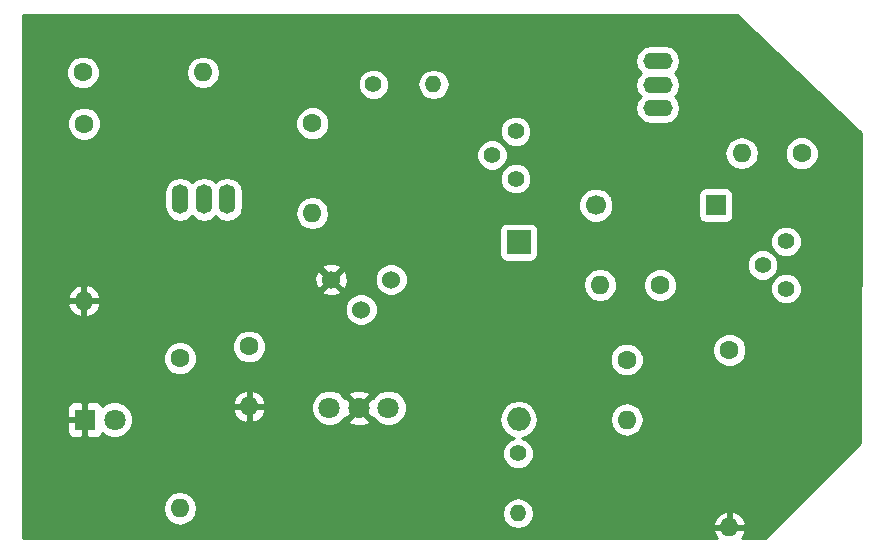
<source format=gbr>
G04 #@! TF.FileFunction,Copper,L2,Bot,Signal*
%FSLAX46Y46*%
G04 Gerber Fmt 4.6, Leading zero omitted, Abs format (unit mm)*
G04 Created by KiCad (PCBNEW 4.0.5) date 06/09/17 00:57:20*
%MOMM*%
%LPD*%
G01*
G04 APERTURE LIST*
%ADD10C,0.100000*%
%ADD11C,1.600000*%
%ADD12O,1.600000X1.600000*%
%ADD13R,2.000000X2.000000*%
%ADD14O,2.000000X2.000000*%
%ADD15C,1.699260*%
%ADD16R,1.699260X1.699260*%
%ADD17R,1.800000X1.800000*%
%ADD18C,1.800000*%
%ADD19C,1.524000*%
%ADD20O,1.400000X2.500000*%
%ADD21O,2.500000X1.400000*%
%ADD22C,1.400000*%
%ADD23O,1.400000X1.400000*%
%ADD24C,0.254000*%
G04 APERTURE END LIST*
D10*
D11*
X76476860Y-67068700D03*
D12*
X76476860Y-82068700D03*
D13*
X113280000Y-77090000D03*
D14*
X113280000Y-92090000D03*
D11*
X131130000Y-86230000D03*
D12*
X131130000Y-101230000D03*
D15*
X119809480Y-73962540D03*
D16*
X129969480Y-73962540D03*
D17*
X76545440Y-92118180D03*
D18*
X79085440Y-92118180D03*
D19*
X102481380Y-80256380D03*
X97401380Y-80256380D03*
X99941380Y-82796380D03*
D20*
X86629240Y-73469500D03*
X88629240Y-73469500D03*
X84629240Y-73469500D03*
D21*
X125060000Y-63760000D03*
X125060000Y-65760000D03*
X125060000Y-61760000D03*
D22*
X133930000Y-79030000D03*
X135930000Y-81030000D03*
X135930000Y-77030000D03*
D11*
X76390500Y-62727840D03*
D12*
X86550500Y-62727840D03*
D11*
X84602320Y-86939120D03*
D12*
X84602320Y-99639120D03*
D11*
X95811340Y-67022980D03*
D12*
X95811340Y-74642980D03*
D11*
X125260000Y-80720000D03*
D12*
X120180000Y-80720000D03*
D22*
X113230000Y-94980000D03*
D23*
X113230000Y-100060000D03*
D11*
X122420000Y-87030000D03*
D12*
X122420000Y-92110000D03*
D11*
X90457020Y-85925660D03*
D12*
X90457020Y-91005660D03*
D11*
X137240000Y-69570000D03*
D12*
X132160000Y-69570000D03*
D22*
X100990000Y-63740000D03*
D23*
X106070000Y-63740000D03*
D18*
X102260000Y-91120000D03*
X99760000Y-91120000D03*
X97260000Y-91120000D03*
D22*
X111030000Y-69720000D03*
X113030000Y-71720000D03*
X113030000Y-67720000D03*
D24*
G36*
X142230839Y-67829522D02*
X142213448Y-94107468D01*
X134155603Y-102170160D01*
X132188528Y-102170160D01*
X132282389Y-102085134D01*
X132521914Y-101579041D01*
X132400629Y-101357000D01*
X131257000Y-101357000D01*
X131257000Y-101377000D01*
X131003000Y-101377000D01*
X131003000Y-101357000D01*
X129859371Y-101357000D01*
X129738086Y-101579041D01*
X129977611Y-102085134D01*
X130071472Y-102170160D01*
X71303818Y-102170160D01*
X71302396Y-99611007D01*
X83167320Y-99611007D01*
X83167320Y-99667233D01*
X83276553Y-100216384D01*
X83587622Y-100681931D01*
X84053169Y-100993000D01*
X84602320Y-101102233D01*
X85151471Y-100993000D01*
X85617018Y-100681931D01*
X85928087Y-100216384D01*
X85964396Y-100033846D01*
X111895000Y-100033846D01*
X111895000Y-100086154D01*
X111996621Y-100597036D01*
X112286012Y-101030142D01*
X112719118Y-101319533D01*
X113230000Y-101421154D01*
X113740882Y-101319533D01*
X114173988Y-101030142D01*
X114273668Y-100880959D01*
X129738086Y-100880959D01*
X129859371Y-101103000D01*
X131003000Y-101103000D01*
X131003000Y-99960085D01*
X131257000Y-99960085D01*
X131257000Y-101103000D01*
X132400629Y-101103000D01*
X132521914Y-100880959D01*
X132282389Y-100374866D01*
X131867423Y-99998959D01*
X131479039Y-99838096D01*
X131257000Y-99960085D01*
X131003000Y-99960085D01*
X130780961Y-99838096D01*
X130392577Y-99998959D01*
X129977611Y-100374866D01*
X129738086Y-100880959D01*
X114273668Y-100880959D01*
X114463379Y-100597036D01*
X114565000Y-100086154D01*
X114565000Y-100033846D01*
X114463379Y-99522964D01*
X114173988Y-99089858D01*
X113740882Y-98800467D01*
X113230000Y-98698846D01*
X112719118Y-98800467D01*
X112286012Y-99089858D01*
X111996621Y-99522964D01*
X111895000Y-100033846D01*
X85964396Y-100033846D01*
X86037320Y-99667233D01*
X86037320Y-99611007D01*
X85928087Y-99061856D01*
X85617018Y-98596309D01*
X85151471Y-98285240D01*
X84602320Y-98176007D01*
X84053169Y-98285240D01*
X83587622Y-98596309D01*
X83276553Y-99061856D01*
X83167320Y-99611007D01*
X71302396Y-99611007D01*
X71298388Y-92403930D01*
X75010440Y-92403930D01*
X75010440Y-93144490D01*
X75107113Y-93377879D01*
X75285742Y-93556507D01*
X75519131Y-93653180D01*
X76259690Y-93653180D01*
X76418440Y-93494430D01*
X76418440Y-92245180D01*
X75169190Y-92245180D01*
X75010440Y-92403930D01*
X71298388Y-92403930D01*
X71297659Y-91091870D01*
X75010440Y-91091870D01*
X75010440Y-91832430D01*
X75169190Y-91991180D01*
X76418440Y-91991180D01*
X76418440Y-90741930D01*
X76672440Y-90741930D01*
X76672440Y-91991180D01*
X76692440Y-91991180D01*
X76692440Y-92245180D01*
X76672440Y-92245180D01*
X76672440Y-93494430D01*
X76831190Y-93653180D01*
X77571749Y-93653180D01*
X77805138Y-93556507D01*
X77983767Y-93377879D01*
X78039559Y-93243186D01*
X78214797Y-93418731D01*
X78778770Y-93652913D01*
X79389431Y-93653445D01*
X79953811Y-93420248D01*
X80385991Y-92988823D01*
X80620173Y-92424850D01*
X80620705Y-91814189D01*
X80430849Y-91354701D01*
X89065106Y-91354701D01*
X89304631Y-91860794D01*
X89719597Y-92236701D01*
X90107981Y-92397564D01*
X90330020Y-92275575D01*
X90330020Y-91132660D01*
X90584020Y-91132660D01*
X90584020Y-92275575D01*
X90806059Y-92397564D01*
X91194443Y-92236701D01*
X91609409Y-91860794D01*
X91816140Y-91423991D01*
X95724735Y-91423991D01*
X95957932Y-91988371D01*
X96389357Y-92420551D01*
X96953330Y-92654733D01*
X97563991Y-92655265D01*
X98128371Y-92422068D01*
X98350668Y-92200159D01*
X98859446Y-92200159D01*
X98945852Y-92456643D01*
X99519336Y-92666458D01*
X100129460Y-92640839D01*
X100574148Y-92456643D01*
X100660554Y-92200159D01*
X99760000Y-91299605D01*
X98859446Y-92200159D01*
X98350668Y-92200159D01*
X98560551Y-91990643D01*
X98564294Y-91981628D01*
X98679841Y-92020554D01*
X99580395Y-91120000D01*
X99939605Y-91120000D01*
X100840159Y-92020554D01*
X100955214Y-91981793D01*
X100957932Y-91988371D01*
X101389357Y-92420551D01*
X101953330Y-92654733D01*
X102563991Y-92655265D01*
X103128371Y-92422068D01*
X103493108Y-92057968D01*
X111645000Y-92057968D01*
X111645000Y-92122032D01*
X111769457Y-92747719D01*
X112123880Y-93278152D01*
X112654313Y-93632575D01*
X112884375Y-93678337D01*
X112474771Y-93847582D01*
X112098902Y-94222796D01*
X111895232Y-94713287D01*
X111894769Y-95244383D01*
X112097582Y-95735229D01*
X112472796Y-96111098D01*
X112963287Y-96314768D01*
X113494383Y-96315231D01*
X113985229Y-96112418D01*
X114361098Y-95737204D01*
X114564768Y-95246713D01*
X114565231Y-94715617D01*
X114362418Y-94224771D01*
X113987204Y-93848902D01*
X113608564Y-93691677D01*
X113905687Y-93632575D01*
X114436120Y-93278152D01*
X114790543Y-92747719D01*
X114915000Y-92122032D01*
X114915000Y-92081887D01*
X120985000Y-92081887D01*
X120985000Y-92138113D01*
X121094233Y-92687264D01*
X121405302Y-93152811D01*
X121870849Y-93463880D01*
X122420000Y-93573113D01*
X122969151Y-93463880D01*
X123434698Y-93152811D01*
X123745767Y-92687264D01*
X123855000Y-92138113D01*
X123855000Y-92081887D01*
X123745767Y-91532736D01*
X123434698Y-91067189D01*
X122969151Y-90756120D01*
X122420000Y-90646887D01*
X121870849Y-90756120D01*
X121405302Y-91067189D01*
X121094233Y-91532736D01*
X120985000Y-92081887D01*
X114915000Y-92081887D01*
X114915000Y-92057968D01*
X114790543Y-91432281D01*
X114436120Y-90901848D01*
X113905687Y-90547425D01*
X113280000Y-90422968D01*
X112654313Y-90547425D01*
X112123880Y-90901848D01*
X111769457Y-91432281D01*
X111645000Y-92057968D01*
X103493108Y-92057968D01*
X103560551Y-91990643D01*
X103794733Y-91426670D01*
X103795265Y-90816009D01*
X103562068Y-90251629D01*
X103130643Y-89819449D01*
X102566670Y-89585267D01*
X101956009Y-89584735D01*
X101391629Y-89817932D01*
X100959449Y-90249357D01*
X100955706Y-90258372D01*
X100840159Y-90219446D01*
X99939605Y-91120000D01*
X99580395Y-91120000D01*
X98679841Y-90219446D01*
X98564786Y-90258207D01*
X98562068Y-90251629D01*
X98350650Y-90039841D01*
X98859446Y-90039841D01*
X99760000Y-90940395D01*
X100660554Y-90039841D01*
X100574148Y-89783357D01*
X100000664Y-89573542D01*
X99390540Y-89599161D01*
X98945852Y-89783357D01*
X98859446Y-90039841D01*
X98350650Y-90039841D01*
X98130643Y-89819449D01*
X97566670Y-89585267D01*
X96956009Y-89584735D01*
X96391629Y-89817932D01*
X95959449Y-90249357D01*
X95725267Y-90813330D01*
X95724735Y-91423991D01*
X91816140Y-91423991D01*
X91848934Y-91354701D01*
X91727649Y-91132660D01*
X90584020Y-91132660D01*
X90330020Y-91132660D01*
X89186391Y-91132660D01*
X89065106Y-91354701D01*
X80430849Y-91354701D01*
X80387508Y-91249809D01*
X79956083Y-90817629D01*
X79568328Y-90656619D01*
X89065106Y-90656619D01*
X89186391Y-90878660D01*
X90330020Y-90878660D01*
X90330020Y-89735745D01*
X90584020Y-89735745D01*
X90584020Y-90878660D01*
X91727649Y-90878660D01*
X91848934Y-90656619D01*
X91609409Y-90150526D01*
X91194443Y-89774619D01*
X90806059Y-89613756D01*
X90584020Y-89735745D01*
X90330020Y-89735745D01*
X90107981Y-89613756D01*
X89719597Y-89774619D01*
X89304631Y-90150526D01*
X89065106Y-90656619D01*
X79568328Y-90656619D01*
X79392110Y-90583447D01*
X78781449Y-90582915D01*
X78217069Y-90816112D01*
X78039599Y-90993272D01*
X77983767Y-90858481D01*
X77805138Y-90679853D01*
X77571749Y-90583180D01*
X76831190Y-90583180D01*
X76672440Y-90741930D01*
X76418440Y-90741930D01*
X76259690Y-90583180D01*
X75519131Y-90583180D01*
X75285742Y-90679853D01*
X75107113Y-90858481D01*
X75010440Y-91091870D01*
X71297659Y-91091870D01*
X71295508Y-87223307D01*
X83167072Y-87223307D01*
X83385077Y-87750920D01*
X83788397Y-88154944D01*
X84315629Y-88373870D01*
X84886507Y-88374368D01*
X85414120Y-88156363D01*
X85818144Y-87753043D01*
X86037070Y-87225811D01*
X86037568Y-86654933D01*
X85853663Y-86209847D01*
X89021772Y-86209847D01*
X89239777Y-86737460D01*
X89643097Y-87141484D01*
X90170329Y-87360410D01*
X90741207Y-87360908D01*
X90854280Y-87314187D01*
X120984752Y-87314187D01*
X121202757Y-87841800D01*
X121606077Y-88245824D01*
X122133309Y-88464750D01*
X122704187Y-88465248D01*
X123231800Y-88247243D01*
X123635824Y-87843923D01*
X123854750Y-87316691D01*
X123855248Y-86745813D01*
X123759543Y-86514187D01*
X129694752Y-86514187D01*
X129912757Y-87041800D01*
X130316077Y-87445824D01*
X130843309Y-87664750D01*
X131414187Y-87665248D01*
X131941800Y-87447243D01*
X132345824Y-87043923D01*
X132564750Y-86516691D01*
X132565248Y-85945813D01*
X132347243Y-85418200D01*
X131943923Y-85014176D01*
X131416691Y-84795250D01*
X130845813Y-84794752D01*
X130318200Y-85012757D01*
X129914176Y-85416077D01*
X129695250Y-85943309D01*
X129694752Y-86514187D01*
X123759543Y-86514187D01*
X123637243Y-86218200D01*
X123233923Y-85814176D01*
X122706691Y-85595250D01*
X122135813Y-85594752D01*
X121608200Y-85812757D01*
X121204176Y-86216077D01*
X120985250Y-86743309D01*
X120984752Y-87314187D01*
X90854280Y-87314187D01*
X91268820Y-87142903D01*
X91672844Y-86739583D01*
X91891770Y-86212351D01*
X91892268Y-85641473D01*
X91674263Y-85113860D01*
X91270943Y-84709836D01*
X90743711Y-84490910D01*
X90172833Y-84490412D01*
X89645220Y-84708417D01*
X89241196Y-85111737D01*
X89022270Y-85638969D01*
X89021772Y-86209847D01*
X85853663Y-86209847D01*
X85819563Y-86127320D01*
X85416243Y-85723296D01*
X84889011Y-85504370D01*
X84318133Y-85503872D01*
X83790520Y-85721877D01*
X83386496Y-86125197D01*
X83167570Y-86652429D01*
X83167072Y-87223307D01*
X71295508Y-87223307D01*
X71292836Y-82417741D01*
X75084946Y-82417741D01*
X75324471Y-82923834D01*
X75739437Y-83299741D01*
X76127821Y-83460604D01*
X76349860Y-83338615D01*
X76349860Y-82195700D01*
X76603860Y-82195700D01*
X76603860Y-83338615D01*
X76825899Y-83460604D01*
X77214283Y-83299741D01*
X77464538Y-83073041D01*
X98544138Y-83073041D01*
X98756370Y-83586683D01*
X99149010Y-83980009D01*
X99662280Y-84193137D01*
X100218041Y-84193622D01*
X100731683Y-83981390D01*
X101125009Y-83588750D01*
X101338137Y-83075480D01*
X101338622Y-82519719D01*
X101126390Y-82006077D01*
X100733750Y-81612751D01*
X100220480Y-81399623D01*
X99664719Y-81399138D01*
X99151077Y-81611370D01*
X98757751Y-82004010D01*
X98544623Y-82517280D01*
X98544138Y-83073041D01*
X77464538Y-83073041D01*
X77629249Y-82923834D01*
X77868774Y-82417741D01*
X77747489Y-82195700D01*
X76603860Y-82195700D01*
X76349860Y-82195700D01*
X75206231Y-82195700D01*
X75084946Y-82417741D01*
X71292836Y-82417741D01*
X71292448Y-81719659D01*
X75084946Y-81719659D01*
X75206231Y-81941700D01*
X76349860Y-81941700D01*
X76349860Y-80798785D01*
X76603860Y-80798785D01*
X76603860Y-81941700D01*
X77747489Y-81941700D01*
X77868774Y-81719659D01*
X77640148Y-81236593D01*
X96600772Y-81236593D01*
X96670237Y-81478777D01*
X97193682Y-81665524D01*
X97748748Y-81637742D01*
X98132523Y-81478777D01*
X98201988Y-81236593D01*
X97401380Y-80435985D01*
X96600772Y-81236593D01*
X77640148Y-81236593D01*
X77629249Y-81213566D01*
X77214283Y-80837659D01*
X76825899Y-80676796D01*
X76603860Y-80798785D01*
X76349860Y-80798785D01*
X76127821Y-80676796D01*
X75739437Y-80837659D01*
X75324471Y-81213566D01*
X75084946Y-81719659D01*
X71292448Y-81719659D01*
X71291519Y-80048682D01*
X95992236Y-80048682D01*
X96020018Y-80603748D01*
X96178983Y-80987523D01*
X96421167Y-81056988D01*
X97221775Y-80256380D01*
X97580985Y-80256380D01*
X98381593Y-81056988D01*
X98623777Y-80987523D01*
X98785920Y-80533041D01*
X101084138Y-80533041D01*
X101296370Y-81046683D01*
X101689010Y-81440009D01*
X102202280Y-81653137D01*
X102758041Y-81653622D01*
X103271683Y-81441390D01*
X103665009Y-81048750D01*
X103801517Y-80720000D01*
X118716887Y-80720000D01*
X118826120Y-81269151D01*
X119137189Y-81734698D01*
X119602736Y-82045767D01*
X120151887Y-82155000D01*
X120208113Y-82155000D01*
X120757264Y-82045767D01*
X121222811Y-81734698D01*
X121533880Y-81269151D01*
X121586584Y-81004187D01*
X123824752Y-81004187D01*
X124042757Y-81531800D01*
X124446077Y-81935824D01*
X124973309Y-82154750D01*
X125544187Y-82155248D01*
X126071800Y-81937243D01*
X126475824Y-81533923D01*
X126575289Y-81294383D01*
X134594769Y-81294383D01*
X134797582Y-81785229D01*
X135172796Y-82161098D01*
X135663287Y-82364768D01*
X136194383Y-82365231D01*
X136685229Y-82162418D01*
X137061098Y-81787204D01*
X137264768Y-81296713D01*
X137265231Y-80765617D01*
X137062418Y-80274771D01*
X136687204Y-79898902D01*
X136196713Y-79695232D01*
X135665617Y-79694769D01*
X135174771Y-79897582D01*
X134798902Y-80272796D01*
X134595232Y-80763287D01*
X134594769Y-81294383D01*
X126575289Y-81294383D01*
X126694750Y-81006691D01*
X126695248Y-80435813D01*
X126477243Y-79908200D01*
X126073923Y-79504176D01*
X125568686Y-79294383D01*
X132594769Y-79294383D01*
X132797582Y-79785229D01*
X133172796Y-80161098D01*
X133663287Y-80364768D01*
X134194383Y-80365231D01*
X134685229Y-80162418D01*
X135061098Y-79787204D01*
X135264768Y-79296713D01*
X135265231Y-78765617D01*
X135062418Y-78274771D01*
X134687204Y-77898902D01*
X134196713Y-77695232D01*
X133665617Y-77694769D01*
X133174771Y-77897582D01*
X132798902Y-78272796D01*
X132595232Y-78763287D01*
X132594769Y-79294383D01*
X125568686Y-79294383D01*
X125546691Y-79285250D01*
X124975813Y-79284752D01*
X124448200Y-79502757D01*
X124044176Y-79906077D01*
X123825250Y-80433309D01*
X123824752Y-81004187D01*
X121586584Y-81004187D01*
X121643113Y-80720000D01*
X121533880Y-80170849D01*
X121222811Y-79705302D01*
X120757264Y-79394233D01*
X120208113Y-79285000D01*
X120151887Y-79285000D01*
X119602736Y-79394233D01*
X119137189Y-79705302D01*
X118826120Y-80170849D01*
X118716887Y-80720000D01*
X103801517Y-80720000D01*
X103878137Y-80535480D01*
X103878622Y-79979719D01*
X103666390Y-79466077D01*
X103273750Y-79072751D01*
X102760480Y-78859623D01*
X102204719Y-78859138D01*
X101691077Y-79071370D01*
X101297751Y-79464010D01*
X101084623Y-79977280D01*
X101084138Y-80533041D01*
X98785920Y-80533041D01*
X98810524Y-80464078D01*
X98782742Y-79909012D01*
X98623777Y-79525237D01*
X98381593Y-79455772D01*
X97580985Y-80256380D01*
X97221775Y-80256380D01*
X96421167Y-79455772D01*
X96178983Y-79525237D01*
X95992236Y-80048682D01*
X71291519Y-80048682D01*
X71291090Y-79276167D01*
X96600772Y-79276167D01*
X97401380Y-80076775D01*
X98201988Y-79276167D01*
X98132523Y-79033983D01*
X97609078Y-78847236D01*
X97054012Y-78875018D01*
X96670237Y-79033983D01*
X96600772Y-79276167D01*
X71291090Y-79276167D01*
X71287534Y-72882571D01*
X83294240Y-72882571D01*
X83294240Y-74056429D01*
X83395861Y-74567311D01*
X83685252Y-75000417D01*
X84118358Y-75289808D01*
X84629240Y-75391429D01*
X85140122Y-75289808D01*
X85573228Y-75000417D01*
X85629240Y-74916589D01*
X85685252Y-75000417D01*
X86118358Y-75289808D01*
X86629240Y-75391429D01*
X87140122Y-75289808D01*
X87573228Y-75000417D01*
X87629240Y-74916589D01*
X87685252Y-75000417D01*
X88118358Y-75289808D01*
X88629240Y-75391429D01*
X89140122Y-75289808D01*
X89573228Y-75000417D01*
X89830843Y-74614867D01*
X94376340Y-74614867D01*
X94376340Y-74671093D01*
X94485573Y-75220244D01*
X94796642Y-75685791D01*
X95262189Y-75996860D01*
X95811340Y-76106093D01*
X95892244Y-76090000D01*
X111632560Y-76090000D01*
X111632560Y-78090000D01*
X111676838Y-78325317D01*
X111815910Y-78541441D01*
X112028110Y-78686431D01*
X112280000Y-78737440D01*
X114280000Y-78737440D01*
X114515317Y-78693162D01*
X114731441Y-78554090D01*
X114876431Y-78341890D01*
X114927440Y-78090000D01*
X114927440Y-77294383D01*
X134594769Y-77294383D01*
X134797582Y-77785229D01*
X135172796Y-78161098D01*
X135663287Y-78364768D01*
X136194383Y-78365231D01*
X136685229Y-78162418D01*
X137061098Y-77787204D01*
X137264768Y-77296713D01*
X137265231Y-76765617D01*
X137062418Y-76274771D01*
X136687204Y-75898902D01*
X136196713Y-75695232D01*
X135665617Y-75694769D01*
X135174771Y-75897582D01*
X134798902Y-76272796D01*
X134595232Y-76763287D01*
X134594769Y-77294383D01*
X114927440Y-77294383D01*
X114927440Y-76090000D01*
X114883162Y-75854683D01*
X114744090Y-75638559D01*
X114531890Y-75493569D01*
X114280000Y-75442560D01*
X112280000Y-75442560D01*
X112044683Y-75486838D01*
X111828559Y-75625910D01*
X111683569Y-75838110D01*
X111632560Y-76090000D01*
X95892244Y-76090000D01*
X96360491Y-75996860D01*
X96826038Y-75685791D01*
X97137107Y-75220244D01*
X97246340Y-74671093D01*
X97246340Y-74614867D01*
X97175068Y-74256556D01*
X118324592Y-74256556D01*
X118550138Y-74802417D01*
X118967406Y-75220414D01*
X119512873Y-75446912D01*
X120103496Y-75447428D01*
X120649357Y-75221882D01*
X121067354Y-74804614D01*
X121293852Y-74259147D01*
X121294368Y-73668524D01*
X121068822Y-73122663D01*
X121059087Y-73112910D01*
X128472410Y-73112910D01*
X128472410Y-74812170D01*
X128516688Y-75047487D01*
X128655760Y-75263611D01*
X128867960Y-75408601D01*
X129119850Y-75459610D01*
X130819110Y-75459610D01*
X131054427Y-75415332D01*
X131270551Y-75276260D01*
X131415541Y-75064060D01*
X131466550Y-74812170D01*
X131466550Y-73112910D01*
X131422272Y-72877593D01*
X131283200Y-72661469D01*
X131071000Y-72516479D01*
X130819110Y-72465470D01*
X129119850Y-72465470D01*
X128884533Y-72509748D01*
X128668409Y-72648820D01*
X128523419Y-72861020D01*
X128472410Y-73112910D01*
X121059087Y-73112910D01*
X120651554Y-72704666D01*
X120106087Y-72478168D01*
X119515464Y-72477652D01*
X118969603Y-72703198D01*
X118551606Y-73120466D01*
X118325108Y-73665933D01*
X118324592Y-74256556D01*
X97175068Y-74256556D01*
X97137107Y-74065716D01*
X96826038Y-73600169D01*
X96360491Y-73289100D01*
X95811340Y-73179867D01*
X95262189Y-73289100D01*
X94796642Y-73600169D01*
X94485573Y-74065716D01*
X94376340Y-74614867D01*
X89830843Y-74614867D01*
X89862619Y-74567311D01*
X89964240Y-74056429D01*
X89964240Y-72882571D01*
X89862619Y-72371689D01*
X89603831Y-71984383D01*
X111694769Y-71984383D01*
X111897582Y-72475229D01*
X112272796Y-72851098D01*
X112763287Y-73054768D01*
X113294383Y-73055231D01*
X113785229Y-72852418D01*
X114161098Y-72477204D01*
X114364768Y-71986713D01*
X114365231Y-71455617D01*
X114162418Y-70964771D01*
X113787204Y-70588902D01*
X113296713Y-70385232D01*
X112765617Y-70384769D01*
X112274771Y-70587582D01*
X111898902Y-70962796D01*
X111695232Y-71453287D01*
X111694769Y-71984383D01*
X89603831Y-71984383D01*
X89573228Y-71938583D01*
X89140122Y-71649192D01*
X88629240Y-71547571D01*
X88118358Y-71649192D01*
X87685252Y-71938583D01*
X87629240Y-72022411D01*
X87573228Y-71938583D01*
X87140122Y-71649192D01*
X86629240Y-71547571D01*
X86118358Y-71649192D01*
X85685252Y-71938583D01*
X85629240Y-72022411D01*
X85573228Y-71938583D01*
X85140122Y-71649192D01*
X84629240Y-71547571D01*
X84118358Y-71649192D01*
X83685252Y-71938583D01*
X83395861Y-72371689D01*
X83294240Y-72882571D01*
X71287534Y-72882571D01*
X71285922Y-69984383D01*
X109694769Y-69984383D01*
X109897582Y-70475229D01*
X110272796Y-70851098D01*
X110763287Y-71054768D01*
X111294383Y-71055231D01*
X111785229Y-70852418D01*
X112161098Y-70477204D01*
X112364768Y-69986713D01*
X112365131Y-69570000D01*
X130696887Y-69570000D01*
X130806120Y-70119151D01*
X131117189Y-70584698D01*
X131582736Y-70895767D01*
X132131887Y-71005000D01*
X132188113Y-71005000D01*
X132737264Y-70895767D01*
X133202811Y-70584698D01*
X133513880Y-70119151D01*
X133566584Y-69854187D01*
X135804752Y-69854187D01*
X136022757Y-70381800D01*
X136426077Y-70785824D01*
X136953309Y-71004750D01*
X137524187Y-71005248D01*
X138051800Y-70787243D01*
X138455824Y-70383923D01*
X138674750Y-69856691D01*
X138675248Y-69285813D01*
X138457243Y-68758200D01*
X138053923Y-68354176D01*
X137526691Y-68135250D01*
X136955813Y-68134752D01*
X136428200Y-68352757D01*
X136024176Y-68756077D01*
X135805250Y-69283309D01*
X135804752Y-69854187D01*
X133566584Y-69854187D01*
X133623113Y-69570000D01*
X133513880Y-69020849D01*
X133202811Y-68555302D01*
X132737264Y-68244233D01*
X132188113Y-68135000D01*
X132131887Y-68135000D01*
X131582736Y-68244233D01*
X131117189Y-68555302D01*
X130806120Y-69020849D01*
X130696887Y-69570000D01*
X112365131Y-69570000D01*
X112365231Y-69455617D01*
X112162418Y-68964771D01*
X111787204Y-68588902D01*
X111296713Y-68385232D01*
X110765617Y-68384769D01*
X110274771Y-68587582D01*
X109898902Y-68962796D01*
X109695232Y-69453287D01*
X109694769Y-69984383D01*
X71285922Y-69984383D01*
X71284458Y-67352887D01*
X75041612Y-67352887D01*
X75259617Y-67880500D01*
X75662937Y-68284524D01*
X76190169Y-68503450D01*
X76761047Y-68503948D01*
X77288660Y-68285943D01*
X77692684Y-67882623D01*
X77911610Y-67355391D01*
X77911652Y-67307167D01*
X94376092Y-67307167D01*
X94594097Y-67834780D01*
X94997417Y-68238804D01*
X95524649Y-68457730D01*
X96095527Y-68458228D01*
X96623140Y-68240223D01*
X96879426Y-67984383D01*
X111694769Y-67984383D01*
X111897582Y-68475229D01*
X112272796Y-68851098D01*
X112763287Y-69054768D01*
X113294383Y-69055231D01*
X113785229Y-68852418D01*
X114161098Y-68477204D01*
X114364768Y-67986713D01*
X114365231Y-67455617D01*
X114162418Y-66964771D01*
X113787204Y-66588902D01*
X113296713Y-66385232D01*
X112765617Y-66384769D01*
X112274771Y-66587582D01*
X111898902Y-66962796D01*
X111695232Y-67453287D01*
X111694769Y-67984383D01*
X96879426Y-67984383D01*
X97027164Y-67836903D01*
X97246090Y-67309671D01*
X97246588Y-66738793D01*
X97028583Y-66211180D01*
X96625263Y-65807156D01*
X96098031Y-65588230D01*
X95527153Y-65587732D01*
X94999540Y-65805737D01*
X94595516Y-66209057D01*
X94376590Y-66736289D01*
X94376092Y-67307167D01*
X77911652Y-67307167D01*
X77912108Y-66784513D01*
X77694103Y-66256900D01*
X77290783Y-65852876D01*
X76763551Y-65633950D01*
X76192673Y-65633452D01*
X75665060Y-65851457D01*
X75261036Y-66254777D01*
X75042110Y-66782009D01*
X75041612Y-67352887D01*
X71284458Y-67352887D01*
X71282043Y-63012027D01*
X74955252Y-63012027D01*
X75173257Y-63539640D01*
X75576577Y-63943664D01*
X76103809Y-64162590D01*
X76674687Y-64163088D01*
X77202300Y-63945083D01*
X77606324Y-63541763D01*
X77825250Y-63014531D01*
X77825500Y-62727840D01*
X85087387Y-62727840D01*
X85196620Y-63276991D01*
X85507689Y-63742538D01*
X85973236Y-64053607D01*
X86522387Y-64162840D01*
X86578613Y-64162840D01*
X87127764Y-64053607D01*
X87201432Y-64004383D01*
X99654769Y-64004383D01*
X99857582Y-64495229D01*
X100232796Y-64871098D01*
X100723287Y-65074768D01*
X101254383Y-65075231D01*
X101745229Y-64872418D01*
X102121098Y-64497204D01*
X102324768Y-64006713D01*
X102325000Y-63740000D01*
X104708846Y-63740000D01*
X104810467Y-64250882D01*
X105099858Y-64683988D01*
X105532964Y-64973379D01*
X106043846Y-65075000D01*
X106096154Y-65075000D01*
X106607036Y-64973379D01*
X107040142Y-64683988D01*
X107329533Y-64250882D01*
X107431154Y-63740000D01*
X107329533Y-63229118D01*
X107040142Y-62796012D01*
X106607036Y-62506621D01*
X106096154Y-62405000D01*
X106043846Y-62405000D01*
X105532964Y-62506621D01*
X105099858Y-62796012D01*
X104810467Y-63229118D01*
X104708846Y-63740000D01*
X102325000Y-63740000D01*
X102325231Y-63475617D01*
X102122418Y-62984771D01*
X101747204Y-62608902D01*
X101256713Y-62405232D01*
X100725617Y-62404769D01*
X100234771Y-62607582D01*
X99858902Y-62982796D01*
X99655232Y-63473287D01*
X99654769Y-64004383D01*
X87201432Y-64004383D01*
X87593311Y-63742538D01*
X87904380Y-63276991D01*
X88013613Y-62727840D01*
X87904380Y-62178689D01*
X87624621Y-61760000D01*
X123138071Y-61760000D01*
X123239692Y-62270882D01*
X123529083Y-62703988D01*
X123612911Y-62760000D01*
X123529083Y-62816012D01*
X123239692Y-63249118D01*
X123138071Y-63760000D01*
X123239692Y-64270882D01*
X123529083Y-64703988D01*
X123612911Y-64760000D01*
X123529083Y-64816012D01*
X123239692Y-65249118D01*
X123138071Y-65760000D01*
X123239692Y-66270882D01*
X123529083Y-66703988D01*
X123962189Y-66993379D01*
X124473071Y-67095000D01*
X125646929Y-67095000D01*
X126157811Y-66993379D01*
X126590917Y-66703988D01*
X126880308Y-66270882D01*
X126981929Y-65760000D01*
X126880308Y-65249118D01*
X126590917Y-64816012D01*
X126507089Y-64760000D01*
X126590917Y-64703988D01*
X126880308Y-64270882D01*
X126981929Y-63760000D01*
X126880308Y-63249118D01*
X126590917Y-62816012D01*
X126507089Y-62760000D01*
X126590917Y-62703988D01*
X126880308Y-62270882D01*
X126981929Y-61760000D01*
X126880308Y-61249118D01*
X126590917Y-60816012D01*
X126157811Y-60526621D01*
X125646929Y-60425000D01*
X124473071Y-60425000D01*
X123962189Y-60526621D01*
X123529083Y-60816012D01*
X123239692Y-61249118D01*
X123138071Y-61760000D01*
X87624621Y-61760000D01*
X87593311Y-61713142D01*
X87127764Y-61402073D01*
X86578613Y-61292840D01*
X86522387Y-61292840D01*
X85973236Y-61402073D01*
X85507689Y-61713142D01*
X85196620Y-62178689D01*
X85087387Y-62727840D01*
X77825500Y-62727840D01*
X77825748Y-62443653D01*
X77607743Y-61916040D01*
X77204423Y-61512016D01*
X76677191Y-61293090D01*
X76106313Y-61292592D01*
X75578700Y-61510597D01*
X75174676Y-61913917D01*
X74955750Y-62441149D01*
X74955252Y-63012027D01*
X71282043Y-63012027D01*
X71279199Y-57897788D01*
X125694767Y-57872700D01*
X125826040Y-57846525D01*
X131760337Y-57835174D01*
X142230839Y-67829522D01*
X142230839Y-67829522D01*
G37*
X142230839Y-67829522D02*
X142213448Y-94107468D01*
X134155603Y-102170160D01*
X132188528Y-102170160D01*
X132282389Y-102085134D01*
X132521914Y-101579041D01*
X132400629Y-101357000D01*
X131257000Y-101357000D01*
X131257000Y-101377000D01*
X131003000Y-101377000D01*
X131003000Y-101357000D01*
X129859371Y-101357000D01*
X129738086Y-101579041D01*
X129977611Y-102085134D01*
X130071472Y-102170160D01*
X71303818Y-102170160D01*
X71302396Y-99611007D01*
X83167320Y-99611007D01*
X83167320Y-99667233D01*
X83276553Y-100216384D01*
X83587622Y-100681931D01*
X84053169Y-100993000D01*
X84602320Y-101102233D01*
X85151471Y-100993000D01*
X85617018Y-100681931D01*
X85928087Y-100216384D01*
X85964396Y-100033846D01*
X111895000Y-100033846D01*
X111895000Y-100086154D01*
X111996621Y-100597036D01*
X112286012Y-101030142D01*
X112719118Y-101319533D01*
X113230000Y-101421154D01*
X113740882Y-101319533D01*
X114173988Y-101030142D01*
X114273668Y-100880959D01*
X129738086Y-100880959D01*
X129859371Y-101103000D01*
X131003000Y-101103000D01*
X131003000Y-99960085D01*
X131257000Y-99960085D01*
X131257000Y-101103000D01*
X132400629Y-101103000D01*
X132521914Y-100880959D01*
X132282389Y-100374866D01*
X131867423Y-99998959D01*
X131479039Y-99838096D01*
X131257000Y-99960085D01*
X131003000Y-99960085D01*
X130780961Y-99838096D01*
X130392577Y-99998959D01*
X129977611Y-100374866D01*
X129738086Y-100880959D01*
X114273668Y-100880959D01*
X114463379Y-100597036D01*
X114565000Y-100086154D01*
X114565000Y-100033846D01*
X114463379Y-99522964D01*
X114173988Y-99089858D01*
X113740882Y-98800467D01*
X113230000Y-98698846D01*
X112719118Y-98800467D01*
X112286012Y-99089858D01*
X111996621Y-99522964D01*
X111895000Y-100033846D01*
X85964396Y-100033846D01*
X86037320Y-99667233D01*
X86037320Y-99611007D01*
X85928087Y-99061856D01*
X85617018Y-98596309D01*
X85151471Y-98285240D01*
X84602320Y-98176007D01*
X84053169Y-98285240D01*
X83587622Y-98596309D01*
X83276553Y-99061856D01*
X83167320Y-99611007D01*
X71302396Y-99611007D01*
X71298388Y-92403930D01*
X75010440Y-92403930D01*
X75010440Y-93144490D01*
X75107113Y-93377879D01*
X75285742Y-93556507D01*
X75519131Y-93653180D01*
X76259690Y-93653180D01*
X76418440Y-93494430D01*
X76418440Y-92245180D01*
X75169190Y-92245180D01*
X75010440Y-92403930D01*
X71298388Y-92403930D01*
X71297659Y-91091870D01*
X75010440Y-91091870D01*
X75010440Y-91832430D01*
X75169190Y-91991180D01*
X76418440Y-91991180D01*
X76418440Y-90741930D01*
X76672440Y-90741930D01*
X76672440Y-91991180D01*
X76692440Y-91991180D01*
X76692440Y-92245180D01*
X76672440Y-92245180D01*
X76672440Y-93494430D01*
X76831190Y-93653180D01*
X77571749Y-93653180D01*
X77805138Y-93556507D01*
X77983767Y-93377879D01*
X78039559Y-93243186D01*
X78214797Y-93418731D01*
X78778770Y-93652913D01*
X79389431Y-93653445D01*
X79953811Y-93420248D01*
X80385991Y-92988823D01*
X80620173Y-92424850D01*
X80620705Y-91814189D01*
X80430849Y-91354701D01*
X89065106Y-91354701D01*
X89304631Y-91860794D01*
X89719597Y-92236701D01*
X90107981Y-92397564D01*
X90330020Y-92275575D01*
X90330020Y-91132660D01*
X90584020Y-91132660D01*
X90584020Y-92275575D01*
X90806059Y-92397564D01*
X91194443Y-92236701D01*
X91609409Y-91860794D01*
X91816140Y-91423991D01*
X95724735Y-91423991D01*
X95957932Y-91988371D01*
X96389357Y-92420551D01*
X96953330Y-92654733D01*
X97563991Y-92655265D01*
X98128371Y-92422068D01*
X98350668Y-92200159D01*
X98859446Y-92200159D01*
X98945852Y-92456643D01*
X99519336Y-92666458D01*
X100129460Y-92640839D01*
X100574148Y-92456643D01*
X100660554Y-92200159D01*
X99760000Y-91299605D01*
X98859446Y-92200159D01*
X98350668Y-92200159D01*
X98560551Y-91990643D01*
X98564294Y-91981628D01*
X98679841Y-92020554D01*
X99580395Y-91120000D01*
X99939605Y-91120000D01*
X100840159Y-92020554D01*
X100955214Y-91981793D01*
X100957932Y-91988371D01*
X101389357Y-92420551D01*
X101953330Y-92654733D01*
X102563991Y-92655265D01*
X103128371Y-92422068D01*
X103493108Y-92057968D01*
X111645000Y-92057968D01*
X111645000Y-92122032D01*
X111769457Y-92747719D01*
X112123880Y-93278152D01*
X112654313Y-93632575D01*
X112884375Y-93678337D01*
X112474771Y-93847582D01*
X112098902Y-94222796D01*
X111895232Y-94713287D01*
X111894769Y-95244383D01*
X112097582Y-95735229D01*
X112472796Y-96111098D01*
X112963287Y-96314768D01*
X113494383Y-96315231D01*
X113985229Y-96112418D01*
X114361098Y-95737204D01*
X114564768Y-95246713D01*
X114565231Y-94715617D01*
X114362418Y-94224771D01*
X113987204Y-93848902D01*
X113608564Y-93691677D01*
X113905687Y-93632575D01*
X114436120Y-93278152D01*
X114790543Y-92747719D01*
X114915000Y-92122032D01*
X114915000Y-92081887D01*
X120985000Y-92081887D01*
X120985000Y-92138113D01*
X121094233Y-92687264D01*
X121405302Y-93152811D01*
X121870849Y-93463880D01*
X122420000Y-93573113D01*
X122969151Y-93463880D01*
X123434698Y-93152811D01*
X123745767Y-92687264D01*
X123855000Y-92138113D01*
X123855000Y-92081887D01*
X123745767Y-91532736D01*
X123434698Y-91067189D01*
X122969151Y-90756120D01*
X122420000Y-90646887D01*
X121870849Y-90756120D01*
X121405302Y-91067189D01*
X121094233Y-91532736D01*
X120985000Y-92081887D01*
X114915000Y-92081887D01*
X114915000Y-92057968D01*
X114790543Y-91432281D01*
X114436120Y-90901848D01*
X113905687Y-90547425D01*
X113280000Y-90422968D01*
X112654313Y-90547425D01*
X112123880Y-90901848D01*
X111769457Y-91432281D01*
X111645000Y-92057968D01*
X103493108Y-92057968D01*
X103560551Y-91990643D01*
X103794733Y-91426670D01*
X103795265Y-90816009D01*
X103562068Y-90251629D01*
X103130643Y-89819449D01*
X102566670Y-89585267D01*
X101956009Y-89584735D01*
X101391629Y-89817932D01*
X100959449Y-90249357D01*
X100955706Y-90258372D01*
X100840159Y-90219446D01*
X99939605Y-91120000D01*
X99580395Y-91120000D01*
X98679841Y-90219446D01*
X98564786Y-90258207D01*
X98562068Y-90251629D01*
X98350650Y-90039841D01*
X98859446Y-90039841D01*
X99760000Y-90940395D01*
X100660554Y-90039841D01*
X100574148Y-89783357D01*
X100000664Y-89573542D01*
X99390540Y-89599161D01*
X98945852Y-89783357D01*
X98859446Y-90039841D01*
X98350650Y-90039841D01*
X98130643Y-89819449D01*
X97566670Y-89585267D01*
X96956009Y-89584735D01*
X96391629Y-89817932D01*
X95959449Y-90249357D01*
X95725267Y-90813330D01*
X95724735Y-91423991D01*
X91816140Y-91423991D01*
X91848934Y-91354701D01*
X91727649Y-91132660D01*
X90584020Y-91132660D01*
X90330020Y-91132660D01*
X89186391Y-91132660D01*
X89065106Y-91354701D01*
X80430849Y-91354701D01*
X80387508Y-91249809D01*
X79956083Y-90817629D01*
X79568328Y-90656619D01*
X89065106Y-90656619D01*
X89186391Y-90878660D01*
X90330020Y-90878660D01*
X90330020Y-89735745D01*
X90584020Y-89735745D01*
X90584020Y-90878660D01*
X91727649Y-90878660D01*
X91848934Y-90656619D01*
X91609409Y-90150526D01*
X91194443Y-89774619D01*
X90806059Y-89613756D01*
X90584020Y-89735745D01*
X90330020Y-89735745D01*
X90107981Y-89613756D01*
X89719597Y-89774619D01*
X89304631Y-90150526D01*
X89065106Y-90656619D01*
X79568328Y-90656619D01*
X79392110Y-90583447D01*
X78781449Y-90582915D01*
X78217069Y-90816112D01*
X78039599Y-90993272D01*
X77983767Y-90858481D01*
X77805138Y-90679853D01*
X77571749Y-90583180D01*
X76831190Y-90583180D01*
X76672440Y-90741930D01*
X76418440Y-90741930D01*
X76259690Y-90583180D01*
X75519131Y-90583180D01*
X75285742Y-90679853D01*
X75107113Y-90858481D01*
X75010440Y-91091870D01*
X71297659Y-91091870D01*
X71295508Y-87223307D01*
X83167072Y-87223307D01*
X83385077Y-87750920D01*
X83788397Y-88154944D01*
X84315629Y-88373870D01*
X84886507Y-88374368D01*
X85414120Y-88156363D01*
X85818144Y-87753043D01*
X86037070Y-87225811D01*
X86037568Y-86654933D01*
X85853663Y-86209847D01*
X89021772Y-86209847D01*
X89239777Y-86737460D01*
X89643097Y-87141484D01*
X90170329Y-87360410D01*
X90741207Y-87360908D01*
X90854280Y-87314187D01*
X120984752Y-87314187D01*
X121202757Y-87841800D01*
X121606077Y-88245824D01*
X122133309Y-88464750D01*
X122704187Y-88465248D01*
X123231800Y-88247243D01*
X123635824Y-87843923D01*
X123854750Y-87316691D01*
X123855248Y-86745813D01*
X123759543Y-86514187D01*
X129694752Y-86514187D01*
X129912757Y-87041800D01*
X130316077Y-87445824D01*
X130843309Y-87664750D01*
X131414187Y-87665248D01*
X131941800Y-87447243D01*
X132345824Y-87043923D01*
X132564750Y-86516691D01*
X132565248Y-85945813D01*
X132347243Y-85418200D01*
X131943923Y-85014176D01*
X131416691Y-84795250D01*
X130845813Y-84794752D01*
X130318200Y-85012757D01*
X129914176Y-85416077D01*
X129695250Y-85943309D01*
X129694752Y-86514187D01*
X123759543Y-86514187D01*
X123637243Y-86218200D01*
X123233923Y-85814176D01*
X122706691Y-85595250D01*
X122135813Y-85594752D01*
X121608200Y-85812757D01*
X121204176Y-86216077D01*
X120985250Y-86743309D01*
X120984752Y-87314187D01*
X90854280Y-87314187D01*
X91268820Y-87142903D01*
X91672844Y-86739583D01*
X91891770Y-86212351D01*
X91892268Y-85641473D01*
X91674263Y-85113860D01*
X91270943Y-84709836D01*
X90743711Y-84490910D01*
X90172833Y-84490412D01*
X89645220Y-84708417D01*
X89241196Y-85111737D01*
X89022270Y-85638969D01*
X89021772Y-86209847D01*
X85853663Y-86209847D01*
X85819563Y-86127320D01*
X85416243Y-85723296D01*
X84889011Y-85504370D01*
X84318133Y-85503872D01*
X83790520Y-85721877D01*
X83386496Y-86125197D01*
X83167570Y-86652429D01*
X83167072Y-87223307D01*
X71295508Y-87223307D01*
X71292836Y-82417741D01*
X75084946Y-82417741D01*
X75324471Y-82923834D01*
X75739437Y-83299741D01*
X76127821Y-83460604D01*
X76349860Y-83338615D01*
X76349860Y-82195700D01*
X76603860Y-82195700D01*
X76603860Y-83338615D01*
X76825899Y-83460604D01*
X77214283Y-83299741D01*
X77464538Y-83073041D01*
X98544138Y-83073041D01*
X98756370Y-83586683D01*
X99149010Y-83980009D01*
X99662280Y-84193137D01*
X100218041Y-84193622D01*
X100731683Y-83981390D01*
X101125009Y-83588750D01*
X101338137Y-83075480D01*
X101338622Y-82519719D01*
X101126390Y-82006077D01*
X100733750Y-81612751D01*
X100220480Y-81399623D01*
X99664719Y-81399138D01*
X99151077Y-81611370D01*
X98757751Y-82004010D01*
X98544623Y-82517280D01*
X98544138Y-83073041D01*
X77464538Y-83073041D01*
X77629249Y-82923834D01*
X77868774Y-82417741D01*
X77747489Y-82195700D01*
X76603860Y-82195700D01*
X76349860Y-82195700D01*
X75206231Y-82195700D01*
X75084946Y-82417741D01*
X71292836Y-82417741D01*
X71292448Y-81719659D01*
X75084946Y-81719659D01*
X75206231Y-81941700D01*
X76349860Y-81941700D01*
X76349860Y-80798785D01*
X76603860Y-80798785D01*
X76603860Y-81941700D01*
X77747489Y-81941700D01*
X77868774Y-81719659D01*
X77640148Y-81236593D01*
X96600772Y-81236593D01*
X96670237Y-81478777D01*
X97193682Y-81665524D01*
X97748748Y-81637742D01*
X98132523Y-81478777D01*
X98201988Y-81236593D01*
X97401380Y-80435985D01*
X96600772Y-81236593D01*
X77640148Y-81236593D01*
X77629249Y-81213566D01*
X77214283Y-80837659D01*
X76825899Y-80676796D01*
X76603860Y-80798785D01*
X76349860Y-80798785D01*
X76127821Y-80676796D01*
X75739437Y-80837659D01*
X75324471Y-81213566D01*
X75084946Y-81719659D01*
X71292448Y-81719659D01*
X71291519Y-80048682D01*
X95992236Y-80048682D01*
X96020018Y-80603748D01*
X96178983Y-80987523D01*
X96421167Y-81056988D01*
X97221775Y-80256380D01*
X97580985Y-80256380D01*
X98381593Y-81056988D01*
X98623777Y-80987523D01*
X98785920Y-80533041D01*
X101084138Y-80533041D01*
X101296370Y-81046683D01*
X101689010Y-81440009D01*
X102202280Y-81653137D01*
X102758041Y-81653622D01*
X103271683Y-81441390D01*
X103665009Y-81048750D01*
X103801517Y-80720000D01*
X118716887Y-80720000D01*
X118826120Y-81269151D01*
X119137189Y-81734698D01*
X119602736Y-82045767D01*
X120151887Y-82155000D01*
X120208113Y-82155000D01*
X120757264Y-82045767D01*
X121222811Y-81734698D01*
X121533880Y-81269151D01*
X121586584Y-81004187D01*
X123824752Y-81004187D01*
X124042757Y-81531800D01*
X124446077Y-81935824D01*
X124973309Y-82154750D01*
X125544187Y-82155248D01*
X126071800Y-81937243D01*
X126475824Y-81533923D01*
X126575289Y-81294383D01*
X134594769Y-81294383D01*
X134797582Y-81785229D01*
X135172796Y-82161098D01*
X135663287Y-82364768D01*
X136194383Y-82365231D01*
X136685229Y-82162418D01*
X137061098Y-81787204D01*
X137264768Y-81296713D01*
X137265231Y-80765617D01*
X137062418Y-80274771D01*
X136687204Y-79898902D01*
X136196713Y-79695232D01*
X135665617Y-79694769D01*
X135174771Y-79897582D01*
X134798902Y-80272796D01*
X134595232Y-80763287D01*
X134594769Y-81294383D01*
X126575289Y-81294383D01*
X126694750Y-81006691D01*
X126695248Y-80435813D01*
X126477243Y-79908200D01*
X126073923Y-79504176D01*
X125568686Y-79294383D01*
X132594769Y-79294383D01*
X132797582Y-79785229D01*
X133172796Y-80161098D01*
X133663287Y-80364768D01*
X134194383Y-80365231D01*
X134685229Y-80162418D01*
X135061098Y-79787204D01*
X135264768Y-79296713D01*
X135265231Y-78765617D01*
X135062418Y-78274771D01*
X134687204Y-77898902D01*
X134196713Y-77695232D01*
X133665617Y-77694769D01*
X133174771Y-77897582D01*
X132798902Y-78272796D01*
X132595232Y-78763287D01*
X132594769Y-79294383D01*
X125568686Y-79294383D01*
X125546691Y-79285250D01*
X124975813Y-79284752D01*
X124448200Y-79502757D01*
X124044176Y-79906077D01*
X123825250Y-80433309D01*
X123824752Y-81004187D01*
X121586584Y-81004187D01*
X121643113Y-80720000D01*
X121533880Y-80170849D01*
X121222811Y-79705302D01*
X120757264Y-79394233D01*
X120208113Y-79285000D01*
X120151887Y-79285000D01*
X119602736Y-79394233D01*
X119137189Y-79705302D01*
X118826120Y-80170849D01*
X118716887Y-80720000D01*
X103801517Y-80720000D01*
X103878137Y-80535480D01*
X103878622Y-79979719D01*
X103666390Y-79466077D01*
X103273750Y-79072751D01*
X102760480Y-78859623D01*
X102204719Y-78859138D01*
X101691077Y-79071370D01*
X101297751Y-79464010D01*
X101084623Y-79977280D01*
X101084138Y-80533041D01*
X98785920Y-80533041D01*
X98810524Y-80464078D01*
X98782742Y-79909012D01*
X98623777Y-79525237D01*
X98381593Y-79455772D01*
X97580985Y-80256380D01*
X97221775Y-80256380D01*
X96421167Y-79455772D01*
X96178983Y-79525237D01*
X95992236Y-80048682D01*
X71291519Y-80048682D01*
X71291090Y-79276167D01*
X96600772Y-79276167D01*
X97401380Y-80076775D01*
X98201988Y-79276167D01*
X98132523Y-79033983D01*
X97609078Y-78847236D01*
X97054012Y-78875018D01*
X96670237Y-79033983D01*
X96600772Y-79276167D01*
X71291090Y-79276167D01*
X71287534Y-72882571D01*
X83294240Y-72882571D01*
X83294240Y-74056429D01*
X83395861Y-74567311D01*
X83685252Y-75000417D01*
X84118358Y-75289808D01*
X84629240Y-75391429D01*
X85140122Y-75289808D01*
X85573228Y-75000417D01*
X85629240Y-74916589D01*
X85685252Y-75000417D01*
X86118358Y-75289808D01*
X86629240Y-75391429D01*
X87140122Y-75289808D01*
X87573228Y-75000417D01*
X87629240Y-74916589D01*
X87685252Y-75000417D01*
X88118358Y-75289808D01*
X88629240Y-75391429D01*
X89140122Y-75289808D01*
X89573228Y-75000417D01*
X89830843Y-74614867D01*
X94376340Y-74614867D01*
X94376340Y-74671093D01*
X94485573Y-75220244D01*
X94796642Y-75685791D01*
X95262189Y-75996860D01*
X95811340Y-76106093D01*
X95892244Y-76090000D01*
X111632560Y-76090000D01*
X111632560Y-78090000D01*
X111676838Y-78325317D01*
X111815910Y-78541441D01*
X112028110Y-78686431D01*
X112280000Y-78737440D01*
X114280000Y-78737440D01*
X114515317Y-78693162D01*
X114731441Y-78554090D01*
X114876431Y-78341890D01*
X114927440Y-78090000D01*
X114927440Y-77294383D01*
X134594769Y-77294383D01*
X134797582Y-77785229D01*
X135172796Y-78161098D01*
X135663287Y-78364768D01*
X136194383Y-78365231D01*
X136685229Y-78162418D01*
X137061098Y-77787204D01*
X137264768Y-77296713D01*
X137265231Y-76765617D01*
X137062418Y-76274771D01*
X136687204Y-75898902D01*
X136196713Y-75695232D01*
X135665617Y-75694769D01*
X135174771Y-75897582D01*
X134798902Y-76272796D01*
X134595232Y-76763287D01*
X134594769Y-77294383D01*
X114927440Y-77294383D01*
X114927440Y-76090000D01*
X114883162Y-75854683D01*
X114744090Y-75638559D01*
X114531890Y-75493569D01*
X114280000Y-75442560D01*
X112280000Y-75442560D01*
X112044683Y-75486838D01*
X111828559Y-75625910D01*
X111683569Y-75838110D01*
X111632560Y-76090000D01*
X95892244Y-76090000D01*
X96360491Y-75996860D01*
X96826038Y-75685791D01*
X97137107Y-75220244D01*
X97246340Y-74671093D01*
X97246340Y-74614867D01*
X97175068Y-74256556D01*
X118324592Y-74256556D01*
X118550138Y-74802417D01*
X118967406Y-75220414D01*
X119512873Y-75446912D01*
X120103496Y-75447428D01*
X120649357Y-75221882D01*
X121067354Y-74804614D01*
X121293852Y-74259147D01*
X121294368Y-73668524D01*
X121068822Y-73122663D01*
X121059087Y-73112910D01*
X128472410Y-73112910D01*
X128472410Y-74812170D01*
X128516688Y-75047487D01*
X128655760Y-75263611D01*
X128867960Y-75408601D01*
X129119850Y-75459610D01*
X130819110Y-75459610D01*
X131054427Y-75415332D01*
X131270551Y-75276260D01*
X131415541Y-75064060D01*
X131466550Y-74812170D01*
X131466550Y-73112910D01*
X131422272Y-72877593D01*
X131283200Y-72661469D01*
X131071000Y-72516479D01*
X130819110Y-72465470D01*
X129119850Y-72465470D01*
X128884533Y-72509748D01*
X128668409Y-72648820D01*
X128523419Y-72861020D01*
X128472410Y-73112910D01*
X121059087Y-73112910D01*
X120651554Y-72704666D01*
X120106087Y-72478168D01*
X119515464Y-72477652D01*
X118969603Y-72703198D01*
X118551606Y-73120466D01*
X118325108Y-73665933D01*
X118324592Y-74256556D01*
X97175068Y-74256556D01*
X97137107Y-74065716D01*
X96826038Y-73600169D01*
X96360491Y-73289100D01*
X95811340Y-73179867D01*
X95262189Y-73289100D01*
X94796642Y-73600169D01*
X94485573Y-74065716D01*
X94376340Y-74614867D01*
X89830843Y-74614867D01*
X89862619Y-74567311D01*
X89964240Y-74056429D01*
X89964240Y-72882571D01*
X89862619Y-72371689D01*
X89603831Y-71984383D01*
X111694769Y-71984383D01*
X111897582Y-72475229D01*
X112272796Y-72851098D01*
X112763287Y-73054768D01*
X113294383Y-73055231D01*
X113785229Y-72852418D01*
X114161098Y-72477204D01*
X114364768Y-71986713D01*
X114365231Y-71455617D01*
X114162418Y-70964771D01*
X113787204Y-70588902D01*
X113296713Y-70385232D01*
X112765617Y-70384769D01*
X112274771Y-70587582D01*
X111898902Y-70962796D01*
X111695232Y-71453287D01*
X111694769Y-71984383D01*
X89603831Y-71984383D01*
X89573228Y-71938583D01*
X89140122Y-71649192D01*
X88629240Y-71547571D01*
X88118358Y-71649192D01*
X87685252Y-71938583D01*
X87629240Y-72022411D01*
X87573228Y-71938583D01*
X87140122Y-71649192D01*
X86629240Y-71547571D01*
X86118358Y-71649192D01*
X85685252Y-71938583D01*
X85629240Y-72022411D01*
X85573228Y-71938583D01*
X85140122Y-71649192D01*
X84629240Y-71547571D01*
X84118358Y-71649192D01*
X83685252Y-71938583D01*
X83395861Y-72371689D01*
X83294240Y-72882571D01*
X71287534Y-72882571D01*
X71285922Y-69984383D01*
X109694769Y-69984383D01*
X109897582Y-70475229D01*
X110272796Y-70851098D01*
X110763287Y-71054768D01*
X111294383Y-71055231D01*
X111785229Y-70852418D01*
X112161098Y-70477204D01*
X112364768Y-69986713D01*
X112365131Y-69570000D01*
X130696887Y-69570000D01*
X130806120Y-70119151D01*
X131117189Y-70584698D01*
X131582736Y-70895767D01*
X132131887Y-71005000D01*
X132188113Y-71005000D01*
X132737264Y-70895767D01*
X133202811Y-70584698D01*
X133513880Y-70119151D01*
X133566584Y-69854187D01*
X135804752Y-69854187D01*
X136022757Y-70381800D01*
X136426077Y-70785824D01*
X136953309Y-71004750D01*
X137524187Y-71005248D01*
X138051800Y-70787243D01*
X138455824Y-70383923D01*
X138674750Y-69856691D01*
X138675248Y-69285813D01*
X138457243Y-68758200D01*
X138053923Y-68354176D01*
X137526691Y-68135250D01*
X136955813Y-68134752D01*
X136428200Y-68352757D01*
X136024176Y-68756077D01*
X135805250Y-69283309D01*
X135804752Y-69854187D01*
X133566584Y-69854187D01*
X133623113Y-69570000D01*
X133513880Y-69020849D01*
X133202811Y-68555302D01*
X132737264Y-68244233D01*
X132188113Y-68135000D01*
X132131887Y-68135000D01*
X131582736Y-68244233D01*
X131117189Y-68555302D01*
X130806120Y-69020849D01*
X130696887Y-69570000D01*
X112365131Y-69570000D01*
X112365231Y-69455617D01*
X112162418Y-68964771D01*
X111787204Y-68588902D01*
X111296713Y-68385232D01*
X110765617Y-68384769D01*
X110274771Y-68587582D01*
X109898902Y-68962796D01*
X109695232Y-69453287D01*
X109694769Y-69984383D01*
X71285922Y-69984383D01*
X71284458Y-67352887D01*
X75041612Y-67352887D01*
X75259617Y-67880500D01*
X75662937Y-68284524D01*
X76190169Y-68503450D01*
X76761047Y-68503948D01*
X77288660Y-68285943D01*
X77692684Y-67882623D01*
X77911610Y-67355391D01*
X77911652Y-67307167D01*
X94376092Y-67307167D01*
X94594097Y-67834780D01*
X94997417Y-68238804D01*
X95524649Y-68457730D01*
X96095527Y-68458228D01*
X96623140Y-68240223D01*
X96879426Y-67984383D01*
X111694769Y-67984383D01*
X111897582Y-68475229D01*
X112272796Y-68851098D01*
X112763287Y-69054768D01*
X113294383Y-69055231D01*
X113785229Y-68852418D01*
X114161098Y-68477204D01*
X114364768Y-67986713D01*
X114365231Y-67455617D01*
X114162418Y-66964771D01*
X113787204Y-66588902D01*
X113296713Y-66385232D01*
X112765617Y-66384769D01*
X112274771Y-66587582D01*
X111898902Y-66962796D01*
X111695232Y-67453287D01*
X111694769Y-67984383D01*
X96879426Y-67984383D01*
X97027164Y-67836903D01*
X97246090Y-67309671D01*
X97246588Y-66738793D01*
X97028583Y-66211180D01*
X96625263Y-65807156D01*
X96098031Y-65588230D01*
X95527153Y-65587732D01*
X94999540Y-65805737D01*
X94595516Y-66209057D01*
X94376590Y-66736289D01*
X94376092Y-67307167D01*
X77911652Y-67307167D01*
X77912108Y-66784513D01*
X77694103Y-66256900D01*
X77290783Y-65852876D01*
X76763551Y-65633950D01*
X76192673Y-65633452D01*
X75665060Y-65851457D01*
X75261036Y-66254777D01*
X75042110Y-66782009D01*
X75041612Y-67352887D01*
X71284458Y-67352887D01*
X71282043Y-63012027D01*
X74955252Y-63012027D01*
X75173257Y-63539640D01*
X75576577Y-63943664D01*
X76103809Y-64162590D01*
X76674687Y-64163088D01*
X77202300Y-63945083D01*
X77606324Y-63541763D01*
X77825250Y-63014531D01*
X77825500Y-62727840D01*
X85087387Y-62727840D01*
X85196620Y-63276991D01*
X85507689Y-63742538D01*
X85973236Y-64053607D01*
X86522387Y-64162840D01*
X86578613Y-64162840D01*
X87127764Y-64053607D01*
X87201432Y-64004383D01*
X99654769Y-64004383D01*
X99857582Y-64495229D01*
X100232796Y-64871098D01*
X100723287Y-65074768D01*
X101254383Y-65075231D01*
X101745229Y-64872418D01*
X102121098Y-64497204D01*
X102324768Y-64006713D01*
X102325000Y-63740000D01*
X104708846Y-63740000D01*
X104810467Y-64250882D01*
X105099858Y-64683988D01*
X105532964Y-64973379D01*
X106043846Y-65075000D01*
X106096154Y-65075000D01*
X106607036Y-64973379D01*
X107040142Y-64683988D01*
X107329533Y-64250882D01*
X107431154Y-63740000D01*
X107329533Y-63229118D01*
X107040142Y-62796012D01*
X106607036Y-62506621D01*
X106096154Y-62405000D01*
X106043846Y-62405000D01*
X105532964Y-62506621D01*
X105099858Y-62796012D01*
X104810467Y-63229118D01*
X104708846Y-63740000D01*
X102325000Y-63740000D01*
X102325231Y-63475617D01*
X102122418Y-62984771D01*
X101747204Y-62608902D01*
X101256713Y-62405232D01*
X100725617Y-62404769D01*
X100234771Y-62607582D01*
X99858902Y-62982796D01*
X99655232Y-63473287D01*
X99654769Y-64004383D01*
X87201432Y-64004383D01*
X87593311Y-63742538D01*
X87904380Y-63276991D01*
X88013613Y-62727840D01*
X87904380Y-62178689D01*
X87624621Y-61760000D01*
X123138071Y-61760000D01*
X123239692Y-62270882D01*
X123529083Y-62703988D01*
X123612911Y-62760000D01*
X123529083Y-62816012D01*
X123239692Y-63249118D01*
X123138071Y-63760000D01*
X123239692Y-64270882D01*
X123529083Y-64703988D01*
X123612911Y-64760000D01*
X123529083Y-64816012D01*
X123239692Y-65249118D01*
X123138071Y-65760000D01*
X123239692Y-66270882D01*
X123529083Y-66703988D01*
X123962189Y-66993379D01*
X124473071Y-67095000D01*
X125646929Y-67095000D01*
X126157811Y-66993379D01*
X126590917Y-66703988D01*
X126880308Y-66270882D01*
X126981929Y-65760000D01*
X126880308Y-65249118D01*
X126590917Y-64816012D01*
X126507089Y-64760000D01*
X126590917Y-64703988D01*
X126880308Y-64270882D01*
X126981929Y-63760000D01*
X126880308Y-63249118D01*
X126590917Y-62816012D01*
X126507089Y-62760000D01*
X126590917Y-62703988D01*
X126880308Y-62270882D01*
X126981929Y-61760000D01*
X126880308Y-61249118D01*
X126590917Y-60816012D01*
X126157811Y-60526621D01*
X125646929Y-60425000D01*
X124473071Y-60425000D01*
X123962189Y-60526621D01*
X123529083Y-60816012D01*
X123239692Y-61249118D01*
X123138071Y-61760000D01*
X87624621Y-61760000D01*
X87593311Y-61713142D01*
X87127764Y-61402073D01*
X86578613Y-61292840D01*
X86522387Y-61292840D01*
X85973236Y-61402073D01*
X85507689Y-61713142D01*
X85196620Y-62178689D01*
X85087387Y-62727840D01*
X77825500Y-62727840D01*
X77825748Y-62443653D01*
X77607743Y-61916040D01*
X77204423Y-61512016D01*
X76677191Y-61293090D01*
X76106313Y-61292592D01*
X75578700Y-61510597D01*
X75174676Y-61913917D01*
X74955750Y-62441149D01*
X74955252Y-63012027D01*
X71282043Y-63012027D01*
X71279199Y-57897788D01*
X125694767Y-57872700D01*
X125826040Y-57846525D01*
X131760337Y-57835174D01*
X142230839Y-67829522D01*
M02*

</source>
